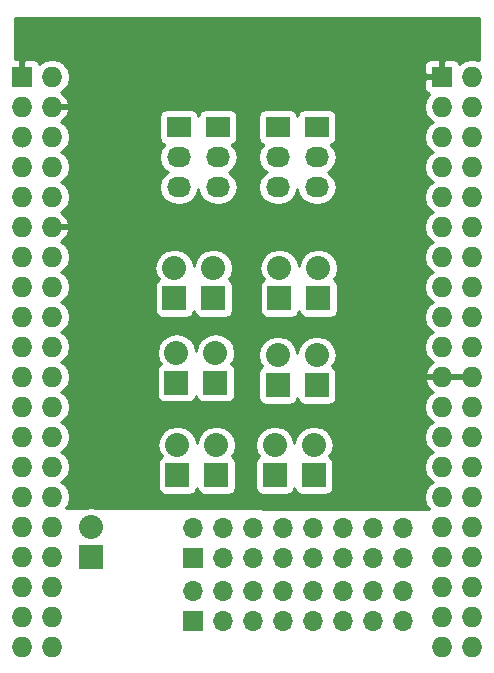
<source format=gtl>
G04 #@! TF.FileFunction,Copper,L1,Top,Signal*
%FSLAX46Y46*%
G04 Gerber Fmt 4.6, Leading zero omitted, Abs format (unit mm)*
G04 Created by KiCad (PCBNEW 4.0.5) date Mon Feb  6 03:04:20 2017*
%MOMM*%
%LPD*%
G01*
G04 APERTURE LIST*
%ADD10C,0.100000*%
%ADD11R,1.700000X1.700000*%
%ADD12O,1.700000X1.700000*%
%ADD13R,2.032000X1.727200*%
%ADD14O,2.032000X1.727200*%
%ADD15R,2.032000X2.032000*%
%ADD16O,2.032000X2.032000*%
%ADD17R,1.727200X1.727200*%
%ADD18O,1.727200X1.727200*%
%ADD19C,0.254000*%
G04 APERTURE END LIST*
D10*
D11*
X86233000Y-97980500D03*
D12*
X86233000Y-95440500D03*
X88773000Y-97980500D03*
X88773000Y-95440500D03*
X91313000Y-97980500D03*
X91313000Y-95440500D03*
X93853000Y-97980500D03*
X93853000Y-95440500D03*
X96393000Y-97980500D03*
X96393000Y-95440500D03*
X98933000Y-97980500D03*
X98933000Y-95440500D03*
X101473000Y-97980500D03*
X101473000Y-95440500D03*
X104013000Y-97980500D03*
X104013000Y-95440500D03*
D13*
X85026500Y-61531500D03*
D14*
X85026500Y-64071500D03*
X85026500Y-66611500D03*
D13*
X88328500Y-61531500D03*
D14*
X88328500Y-64071500D03*
X88328500Y-66611500D03*
D15*
X88138000Y-83185000D03*
D16*
X88138000Y-80645000D03*
D15*
X93408500Y-83375500D03*
D16*
X93408500Y-80835500D03*
D17*
X71755000Y-57277000D03*
D18*
X74295000Y-57277000D03*
X71755000Y-59817000D03*
X74295000Y-59817000D03*
X71755000Y-62357000D03*
X74295000Y-62357000D03*
X71755000Y-64897000D03*
X74295000Y-64897000D03*
X71755000Y-67437000D03*
X74295000Y-67437000D03*
X71755000Y-69977000D03*
X74295000Y-69977000D03*
X71755000Y-72517000D03*
X74295000Y-72517000D03*
X71755000Y-75057000D03*
X74295000Y-75057000D03*
X71755000Y-77597000D03*
X74295000Y-77597000D03*
X71755000Y-80137000D03*
X74295000Y-80137000D03*
X71755000Y-82677000D03*
X74295000Y-82677000D03*
X71755000Y-85217000D03*
X74295000Y-85217000D03*
X71755000Y-87757000D03*
X74295000Y-87757000D03*
X71755000Y-90297000D03*
X74295000Y-90297000D03*
X71755000Y-92837000D03*
X74295000Y-92837000D03*
X71755000Y-95377000D03*
X74295000Y-95377000D03*
X71755000Y-97917000D03*
X74295000Y-97917000D03*
X71755000Y-100457000D03*
X74295000Y-100457000D03*
X71755000Y-102997000D03*
X74295000Y-102997000D03*
X71755000Y-105537000D03*
X74295000Y-105537000D03*
D17*
X107315000Y-57277000D03*
D18*
X109855000Y-57277000D03*
X107315000Y-59817000D03*
X109855000Y-59817000D03*
X107315000Y-62357000D03*
X109855000Y-62357000D03*
X107315000Y-64897000D03*
X109855000Y-64897000D03*
X107315000Y-67437000D03*
X109855000Y-67437000D03*
X107315000Y-69977000D03*
X109855000Y-69977000D03*
X107315000Y-72517000D03*
X109855000Y-72517000D03*
X107315000Y-75057000D03*
X109855000Y-75057000D03*
X107315000Y-77597000D03*
X109855000Y-77597000D03*
X107315000Y-80137000D03*
X109855000Y-80137000D03*
X107315000Y-82677000D03*
X109855000Y-82677000D03*
X107315000Y-85217000D03*
X109855000Y-85217000D03*
X107315000Y-87757000D03*
X109855000Y-87757000D03*
X107315000Y-90297000D03*
X109855000Y-90297000D03*
X107315000Y-92837000D03*
X109855000Y-92837000D03*
X107315000Y-95377000D03*
X109855000Y-95377000D03*
X107315000Y-97917000D03*
X109855000Y-97917000D03*
X107315000Y-100457000D03*
X109855000Y-100457000D03*
X107315000Y-102997000D03*
X109855000Y-102997000D03*
X107315000Y-105537000D03*
X109855000Y-105537000D03*
D13*
X93408500Y-61531500D03*
D14*
X93408500Y-64071500D03*
X93408500Y-66611500D03*
D13*
X96710500Y-61531500D03*
D14*
X96710500Y-64071500D03*
X96710500Y-66611500D03*
D15*
X96837500Y-76009500D03*
D16*
X96837500Y-73469500D03*
D15*
X93535500Y-76009500D03*
D16*
X93535500Y-73469500D03*
D15*
X84645500Y-76009500D03*
D16*
X84645500Y-73469500D03*
D15*
X87947500Y-76009500D03*
D16*
X87947500Y-73469500D03*
D15*
X84836000Y-83185000D03*
D16*
X84836000Y-80645000D03*
D15*
X96710500Y-83375500D03*
D16*
X96710500Y-80835500D03*
D15*
X84899500Y-90995500D03*
D16*
X84899500Y-88455500D03*
D15*
X88201500Y-90995500D03*
D16*
X88201500Y-88455500D03*
D15*
X96456500Y-90995500D03*
D16*
X96456500Y-88455500D03*
D15*
X93154500Y-90995500D03*
D16*
X93154500Y-88455500D03*
D15*
X77597000Y-97917000D03*
D16*
X77597000Y-95377000D03*
D11*
X86233000Y-103314500D03*
D12*
X86233000Y-100774500D03*
X88773000Y-103314500D03*
X88773000Y-100774500D03*
X91313000Y-103314500D03*
X91313000Y-100774500D03*
X93853000Y-103314500D03*
X93853000Y-100774500D03*
X96393000Y-103314500D03*
X96393000Y-100774500D03*
X98933000Y-103314500D03*
X98933000Y-100774500D03*
X101473000Y-103314500D03*
X101473000Y-100774500D03*
X104013000Y-103314500D03*
X104013000Y-100774500D03*
D19*
X71755000Y-62357000D02*
X71755000Y-63119000D01*
G36*
X110415000Y-55883951D02*
X109884359Y-55778400D01*
X109825641Y-55778400D01*
X109252152Y-55892474D01*
X108780644Y-56207526D01*
X108716927Y-56053701D01*
X108538298Y-55875073D01*
X108304909Y-55778400D01*
X107600750Y-55778400D01*
X107442000Y-55937150D01*
X107442000Y-57150000D01*
X107462000Y-57150000D01*
X107462000Y-57404000D01*
X107442000Y-57404000D01*
X107442000Y-57424000D01*
X107188000Y-57424000D01*
X107188000Y-57404000D01*
X105975150Y-57404000D01*
X105816400Y-57562750D01*
X105816400Y-58266910D01*
X105913073Y-58500299D01*
X106091702Y-58678927D01*
X106247023Y-58743263D01*
X106225971Y-58757330D01*
X105901115Y-59243511D01*
X105787041Y-59817000D01*
X105901115Y-60390489D01*
X106225971Y-60876670D01*
X106540752Y-61087000D01*
X106225971Y-61297330D01*
X105901115Y-61783511D01*
X105787041Y-62357000D01*
X105901115Y-62930489D01*
X106225971Y-63416670D01*
X106540752Y-63627000D01*
X106225971Y-63837330D01*
X105901115Y-64323511D01*
X105787041Y-64897000D01*
X105901115Y-65470489D01*
X106225971Y-65956670D01*
X106540752Y-66167000D01*
X106225971Y-66377330D01*
X105901115Y-66863511D01*
X105787041Y-67437000D01*
X105901115Y-68010489D01*
X106225971Y-68496670D01*
X106540752Y-68707000D01*
X106225971Y-68917330D01*
X105901115Y-69403511D01*
X105787041Y-69977000D01*
X105901115Y-70550489D01*
X106225971Y-71036670D01*
X106540752Y-71247000D01*
X106225971Y-71457330D01*
X105901115Y-71943511D01*
X105787041Y-72517000D01*
X105901115Y-73090489D01*
X106225971Y-73576670D01*
X106540752Y-73787000D01*
X106225971Y-73997330D01*
X105901115Y-74483511D01*
X105787041Y-75057000D01*
X105901115Y-75630489D01*
X106225971Y-76116670D01*
X106540752Y-76327000D01*
X106225971Y-76537330D01*
X105901115Y-77023511D01*
X105787041Y-77597000D01*
X105901115Y-78170489D01*
X106225971Y-78656670D01*
X106540752Y-78867000D01*
X106225971Y-79077330D01*
X105901115Y-79563511D01*
X105787041Y-80137000D01*
X105901115Y-80710489D01*
X106225971Y-81196670D01*
X106549228Y-81412664D01*
X106426510Y-81470179D01*
X106032312Y-81902053D01*
X105860042Y-82317974D01*
X105981183Y-82550000D01*
X107188000Y-82550000D01*
X107188000Y-82530000D01*
X107442000Y-82530000D01*
X107442000Y-82550000D01*
X109728000Y-82550000D01*
X109728000Y-82530000D01*
X109982000Y-82530000D01*
X109982000Y-82550000D01*
X110002000Y-82550000D01*
X110002000Y-82804000D01*
X109982000Y-82804000D01*
X109982000Y-82824000D01*
X109728000Y-82824000D01*
X109728000Y-82804000D01*
X107442000Y-82804000D01*
X107442000Y-82824000D01*
X107188000Y-82824000D01*
X107188000Y-82804000D01*
X105981183Y-82804000D01*
X105860042Y-83036026D01*
X106032312Y-83451947D01*
X106426510Y-83883821D01*
X106549228Y-83941336D01*
X106225971Y-84157330D01*
X105901115Y-84643511D01*
X105787041Y-85217000D01*
X105901115Y-85790489D01*
X106225971Y-86276670D01*
X106540752Y-86487000D01*
X106225971Y-86697330D01*
X105901115Y-87183511D01*
X105787041Y-87757000D01*
X105901115Y-88330489D01*
X106225971Y-88816670D01*
X106540752Y-89027000D01*
X106225971Y-89237330D01*
X105901115Y-89723511D01*
X105787041Y-90297000D01*
X105901115Y-90870489D01*
X106225971Y-91356670D01*
X106540752Y-91567000D01*
X106225971Y-91777330D01*
X105901115Y-92263511D01*
X105787041Y-92837000D01*
X105901115Y-93410489D01*
X106191672Y-93845338D01*
X78008118Y-93801343D01*
X77629345Y-93726000D01*
X77564655Y-93726000D01*
X77192284Y-93800069D01*
X75450393Y-93797350D01*
X75708885Y-93410489D01*
X75822959Y-92837000D01*
X75708885Y-92263511D01*
X75384029Y-91777330D01*
X75069248Y-91567000D01*
X75384029Y-91356670D01*
X75708885Y-90870489D01*
X75822959Y-90297000D01*
X75708885Y-89723511D01*
X75384029Y-89237330D01*
X75069248Y-89027000D01*
X75384029Y-88816670D01*
X75625355Y-88455500D01*
X83216155Y-88455500D01*
X83341830Y-89087310D01*
X83568999Y-89427292D01*
X83432059Y-89515410D01*
X83287069Y-89727610D01*
X83236060Y-89979500D01*
X83236060Y-92011500D01*
X83280338Y-92246817D01*
X83419410Y-92462941D01*
X83631610Y-92607931D01*
X83883500Y-92658940D01*
X85915500Y-92658940D01*
X86150817Y-92614662D01*
X86366941Y-92475590D01*
X86511931Y-92263390D01*
X86550043Y-92075186D01*
X86582338Y-92246817D01*
X86721410Y-92462941D01*
X86933610Y-92607931D01*
X87185500Y-92658940D01*
X89217500Y-92658940D01*
X89452817Y-92614662D01*
X89668941Y-92475590D01*
X89813931Y-92263390D01*
X89864940Y-92011500D01*
X89864940Y-89979500D01*
X89820662Y-89744183D01*
X89681590Y-89528059D01*
X89532663Y-89426302D01*
X89759170Y-89087310D01*
X89884845Y-88455500D01*
X91471155Y-88455500D01*
X91596830Y-89087310D01*
X91823999Y-89427292D01*
X91687059Y-89515410D01*
X91542069Y-89727610D01*
X91491060Y-89979500D01*
X91491060Y-92011500D01*
X91535338Y-92246817D01*
X91674410Y-92462941D01*
X91886610Y-92607931D01*
X92138500Y-92658940D01*
X94170500Y-92658940D01*
X94405817Y-92614662D01*
X94621941Y-92475590D01*
X94766931Y-92263390D01*
X94805043Y-92075186D01*
X94837338Y-92246817D01*
X94976410Y-92462941D01*
X95188610Y-92607931D01*
X95440500Y-92658940D01*
X97472500Y-92658940D01*
X97707817Y-92614662D01*
X97923941Y-92475590D01*
X98068931Y-92263390D01*
X98119940Y-92011500D01*
X98119940Y-89979500D01*
X98075662Y-89744183D01*
X97936590Y-89528059D01*
X97787663Y-89426302D01*
X98014170Y-89087310D01*
X98139845Y-88455500D01*
X98014170Y-87823690D01*
X97656278Y-87288067D01*
X97120655Y-86930175D01*
X96488845Y-86804500D01*
X96424155Y-86804500D01*
X95792345Y-86930175D01*
X95256722Y-87288067D01*
X94898830Y-87823690D01*
X94805500Y-88292891D01*
X94712170Y-87823690D01*
X94354278Y-87288067D01*
X93818655Y-86930175D01*
X93186845Y-86804500D01*
X93122155Y-86804500D01*
X92490345Y-86930175D01*
X91954722Y-87288067D01*
X91596830Y-87823690D01*
X91471155Y-88455500D01*
X89884845Y-88455500D01*
X89759170Y-87823690D01*
X89401278Y-87288067D01*
X88865655Y-86930175D01*
X88233845Y-86804500D01*
X88169155Y-86804500D01*
X87537345Y-86930175D01*
X87001722Y-87288067D01*
X86643830Y-87823690D01*
X86550500Y-88292891D01*
X86457170Y-87823690D01*
X86099278Y-87288067D01*
X85563655Y-86930175D01*
X84931845Y-86804500D01*
X84867155Y-86804500D01*
X84235345Y-86930175D01*
X83699722Y-87288067D01*
X83341830Y-87823690D01*
X83216155Y-88455500D01*
X75625355Y-88455500D01*
X75708885Y-88330489D01*
X75822959Y-87757000D01*
X75708885Y-87183511D01*
X75384029Y-86697330D01*
X75069248Y-86487000D01*
X75384029Y-86276670D01*
X75708885Y-85790489D01*
X75822959Y-85217000D01*
X75708885Y-84643511D01*
X75384029Y-84157330D01*
X75069248Y-83947000D01*
X75384029Y-83736670D01*
X75708885Y-83250489D01*
X75822959Y-82677000D01*
X75708885Y-82103511D01*
X75384029Y-81617330D01*
X75069248Y-81407000D01*
X75384029Y-81196670D01*
X75708885Y-80710489D01*
X75721911Y-80645000D01*
X83152655Y-80645000D01*
X83278330Y-81276810D01*
X83505499Y-81616792D01*
X83368559Y-81704910D01*
X83223569Y-81917110D01*
X83172560Y-82169000D01*
X83172560Y-84201000D01*
X83216838Y-84436317D01*
X83355910Y-84652441D01*
X83568110Y-84797431D01*
X83820000Y-84848440D01*
X85852000Y-84848440D01*
X86087317Y-84804162D01*
X86303441Y-84665090D01*
X86448431Y-84452890D01*
X86486543Y-84264686D01*
X86518838Y-84436317D01*
X86657910Y-84652441D01*
X86870110Y-84797431D01*
X87122000Y-84848440D01*
X89154000Y-84848440D01*
X89389317Y-84804162D01*
X89605441Y-84665090D01*
X89750431Y-84452890D01*
X89801440Y-84201000D01*
X89801440Y-82169000D01*
X89757162Y-81933683D01*
X89618090Y-81717559D01*
X89469163Y-81615802D01*
X89695670Y-81276810D01*
X89783452Y-80835500D01*
X91725155Y-80835500D01*
X91850830Y-81467310D01*
X92077999Y-81807292D01*
X91941059Y-81895410D01*
X91796069Y-82107610D01*
X91745060Y-82359500D01*
X91745060Y-84391500D01*
X91789338Y-84626817D01*
X91928410Y-84842941D01*
X92140610Y-84987931D01*
X92392500Y-85038940D01*
X94424500Y-85038940D01*
X94659817Y-84994662D01*
X94875941Y-84855590D01*
X95020931Y-84643390D01*
X95059043Y-84455186D01*
X95091338Y-84626817D01*
X95230410Y-84842941D01*
X95442610Y-84987931D01*
X95694500Y-85038940D01*
X97726500Y-85038940D01*
X97961817Y-84994662D01*
X98177941Y-84855590D01*
X98322931Y-84643390D01*
X98373940Y-84391500D01*
X98373940Y-82359500D01*
X98329662Y-82124183D01*
X98190590Y-81908059D01*
X98041663Y-81806302D01*
X98268170Y-81467310D01*
X98393845Y-80835500D01*
X98268170Y-80203690D01*
X97910278Y-79668067D01*
X97374655Y-79310175D01*
X96742845Y-79184500D01*
X96678155Y-79184500D01*
X96046345Y-79310175D01*
X95510722Y-79668067D01*
X95152830Y-80203690D01*
X95059500Y-80672891D01*
X94966170Y-80203690D01*
X94608278Y-79668067D01*
X94072655Y-79310175D01*
X93440845Y-79184500D01*
X93376155Y-79184500D01*
X92744345Y-79310175D01*
X92208722Y-79668067D01*
X91850830Y-80203690D01*
X91725155Y-80835500D01*
X89783452Y-80835500D01*
X89821345Y-80645000D01*
X89695670Y-80013190D01*
X89337778Y-79477567D01*
X88802155Y-79119675D01*
X88170345Y-78994000D01*
X88105655Y-78994000D01*
X87473845Y-79119675D01*
X86938222Y-79477567D01*
X86580330Y-80013190D01*
X86487000Y-80482391D01*
X86393670Y-80013190D01*
X86035778Y-79477567D01*
X85500155Y-79119675D01*
X84868345Y-78994000D01*
X84803655Y-78994000D01*
X84171845Y-79119675D01*
X83636222Y-79477567D01*
X83278330Y-80013190D01*
X83152655Y-80645000D01*
X75721911Y-80645000D01*
X75822959Y-80137000D01*
X75708885Y-79563511D01*
X75384029Y-79077330D01*
X75069248Y-78867000D01*
X75384029Y-78656670D01*
X75708885Y-78170489D01*
X75822959Y-77597000D01*
X75708885Y-77023511D01*
X75384029Y-76537330D01*
X75069248Y-76327000D01*
X75384029Y-76116670D01*
X75708885Y-75630489D01*
X75822959Y-75057000D01*
X75708885Y-74483511D01*
X75384029Y-73997330D01*
X75069248Y-73787000D01*
X75384029Y-73576670D01*
X75455637Y-73469500D01*
X82962155Y-73469500D01*
X83087830Y-74101310D01*
X83314999Y-74441292D01*
X83178059Y-74529410D01*
X83033069Y-74741610D01*
X82982060Y-74993500D01*
X82982060Y-77025500D01*
X83026338Y-77260817D01*
X83165410Y-77476941D01*
X83377610Y-77621931D01*
X83629500Y-77672940D01*
X85661500Y-77672940D01*
X85896817Y-77628662D01*
X86112941Y-77489590D01*
X86257931Y-77277390D01*
X86296043Y-77089186D01*
X86328338Y-77260817D01*
X86467410Y-77476941D01*
X86679610Y-77621931D01*
X86931500Y-77672940D01*
X88963500Y-77672940D01*
X89198817Y-77628662D01*
X89414941Y-77489590D01*
X89559931Y-77277390D01*
X89610940Y-77025500D01*
X89610940Y-74993500D01*
X89566662Y-74758183D01*
X89427590Y-74542059D01*
X89278663Y-74440302D01*
X89505170Y-74101310D01*
X89630845Y-73469500D01*
X91852155Y-73469500D01*
X91977830Y-74101310D01*
X92204999Y-74441292D01*
X92068059Y-74529410D01*
X91923069Y-74741610D01*
X91872060Y-74993500D01*
X91872060Y-77025500D01*
X91916338Y-77260817D01*
X92055410Y-77476941D01*
X92267610Y-77621931D01*
X92519500Y-77672940D01*
X94551500Y-77672940D01*
X94786817Y-77628662D01*
X95002941Y-77489590D01*
X95147931Y-77277390D01*
X95186043Y-77089186D01*
X95218338Y-77260817D01*
X95357410Y-77476941D01*
X95569610Y-77621931D01*
X95821500Y-77672940D01*
X97853500Y-77672940D01*
X98088817Y-77628662D01*
X98304941Y-77489590D01*
X98449931Y-77277390D01*
X98500940Y-77025500D01*
X98500940Y-74993500D01*
X98456662Y-74758183D01*
X98317590Y-74542059D01*
X98168663Y-74440302D01*
X98395170Y-74101310D01*
X98520845Y-73469500D01*
X98395170Y-72837690D01*
X98037278Y-72302067D01*
X97501655Y-71944175D01*
X96869845Y-71818500D01*
X96805155Y-71818500D01*
X96173345Y-71944175D01*
X95637722Y-72302067D01*
X95279830Y-72837690D01*
X95186500Y-73306891D01*
X95093170Y-72837690D01*
X94735278Y-72302067D01*
X94199655Y-71944175D01*
X93567845Y-71818500D01*
X93503155Y-71818500D01*
X92871345Y-71944175D01*
X92335722Y-72302067D01*
X91977830Y-72837690D01*
X91852155Y-73469500D01*
X89630845Y-73469500D01*
X89505170Y-72837690D01*
X89147278Y-72302067D01*
X88611655Y-71944175D01*
X87979845Y-71818500D01*
X87915155Y-71818500D01*
X87283345Y-71944175D01*
X86747722Y-72302067D01*
X86389830Y-72837690D01*
X86296500Y-73306891D01*
X86203170Y-72837690D01*
X85845278Y-72302067D01*
X85309655Y-71944175D01*
X84677845Y-71818500D01*
X84613155Y-71818500D01*
X83981345Y-71944175D01*
X83445722Y-72302067D01*
X83087830Y-72837690D01*
X82962155Y-73469500D01*
X75455637Y-73469500D01*
X75708885Y-73090489D01*
X75822959Y-72517000D01*
X75708885Y-71943511D01*
X75384029Y-71457330D01*
X75060772Y-71241336D01*
X75183490Y-71183821D01*
X75577688Y-70751947D01*
X75749958Y-70336026D01*
X75628817Y-70104000D01*
X74422000Y-70104000D01*
X74422000Y-70124000D01*
X74168000Y-70124000D01*
X74168000Y-70104000D01*
X74148000Y-70104000D01*
X74148000Y-69850000D01*
X74168000Y-69850000D01*
X74168000Y-69830000D01*
X74422000Y-69830000D01*
X74422000Y-69850000D01*
X75628817Y-69850000D01*
X75749958Y-69617974D01*
X75577688Y-69202053D01*
X75183490Y-68770179D01*
X75060772Y-68712664D01*
X75384029Y-68496670D01*
X75708885Y-68010489D01*
X75822959Y-67437000D01*
X75708885Y-66863511D01*
X75384029Y-66377330D01*
X75069248Y-66167000D01*
X75384029Y-65956670D01*
X75708885Y-65470489D01*
X75822959Y-64897000D01*
X75708885Y-64323511D01*
X75540497Y-64071500D01*
X83343155Y-64071500D01*
X83457229Y-64644989D01*
X83782085Y-65131170D01*
X84096866Y-65341500D01*
X83782085Y-65551830D01*
X83457229Y-66038011D01*
X83343155Y-66611500D01*
X83457229Y-67184989D01*
X83782085Y-67671170D01*
X84268266Y-67996026D01*
X84841755Y-68110100D01*
X85211245Y-68110100D01*
X85784734Y-67996026D01*
X86270915Y-67671170D01*
X86595771Y-67184989D01*
X86677500Y-66774109D01*
X86759229Y-67184989D01*
X87084085Y-67671170D01*
X87570266Y-67996026D01*
X88143755Y-68110100D01*
X88513245Y-68110100D01*
X89086734Y-67996026D01*
X89572915Y-67671170D01*
X89897771Y-67184989D01*
X90011845Y-66611500D01*
X89897771Y-66038011D01*
X89572915Y-65551830D01*
X89258134Y-65341500D01*
X89572915Y-65131170D01*
X89897771Y-64644989D01*
X90011845Y-64071500D01*
X91725155Y-64071500D01*
X91839229Y-64644989D01*
X92164085Y-65131170D01*
X92478866Y-65341500D01*
X92164085Y-65551830D01*
X91839229Y-66038011D01*
X91725155Y-66611500D01*
X91839229Y-67184989D01*
X92164085Y-67671170D01*
X92650266Y-67996026D01*
X93223755Y-68110100D01*
X93593245Y-68110100D01*
X94166734Y-67996026D01*
X94652915Y-67671170D01*
X94977771Y-67184989D01*
X95059500Y-66774109D01*
X95141229Y-67184989D01*
X95466085Y-67671170D01*
X95952266Y-67996026D01*
X96525755Y-68110100D01*
X96895245Y-68110100D01*
X97468734Y-67996026D01*
X97954915Y-67671170D01*
X98279771Y-67184989D01*
X98393845Y-66611500D01*
X98279771Y-66038011D01*
X97954915Y-65551830D01*
X97640134Y-65341500D01*
X97954915Y-65131170D01*
X98279771Y-64644989D01*
X98393845Y-64071500D01*
X98279771Y-63498011D01*
X97954915Y-63011830D01*
X97940587Y-63002257D01*
X97961817Y-62998262D01*
X98177941Y-62859190D01*
X98322931Y-62646990D01*
X98373940Y-62395100D01*
X98373940Y-60667900D01*
X98329662Y-60432583D01*
X98190590Y-60216459D01*
X97978390Y-60071469D01*
X97726500Y-60020460D01*
X95694500Y-60020460D01*
X95459183Y-60064738D01*
X95243059Y-60203810D01*
X95098069Y-60416010D01*
X95059957Y-60604214D01*
X95027662Y-60432583D01*
X94888590Y-60216459D01*
X94676390Y-60071469D01*
X94424500Y-60020460D01*
X92392500Y-60020460D01*
X92157183Y-60064738D01*
X91941059Y-60203810D01*
X91796069Y-60416010D01*
X91745060Y-60667900D01*
X91745060Y-62395100D01*
X91789338Y-62630417D01*
X91928410Y-62846541D01*
X92140610Y-62991531D01*
X92181939Y-62999900D01*
X92164085Y-63011830D01*
X91839229Y-63498011D01*
X91725155Y-64071500D01*
X90011845Y-64071500D01*
X89897771Y-63498011D01*
X89572915Y-63011830D01*
X89558587Y-63002257D01*
X89579817Y-62998262D01*
X89795941Y-62859190D01*
X89940931Y-62646990D01*
X89991940Y-62395100D01*
X89991940Y-60667900D01*
X89947662Y-60432583D01*
X89808590Y-60216459D01*
X89596390Y-60071469D01*
X89344500Y-60020460D01*
X87312500Y-60020460D01*
X87077183Y-60064738D01*
X86861059Y-60203810D01*
X86716069Y-60416010D01*
X86677957Y-60604214D01*
X86645662Y-60432583D01*
X86506590Y-60216459D01*
X86294390Y-60071469D01*
X86042500Y-60020460D01*
X84010500Y-60020460D01*
X83775183Y-60064738D01*
X83559059Y-60203810D01*
X83414069Y-60416010D01*
X83363060Y-60667900D01*
X83363060Y-62395100D01*
X83407338Y-62630417D01*
X83546410Y-62846541D01*
X83758610Y-62991531D01*
X83799939Y-62999900D01*
X83782085Y-63011830D01*
X83457229Y-63498011D01*
X83343155Y-64071500D01*
X75540497Y-64071500D01*
X75384029Y-63837330D01*
X75069248Y-63627000D01*
X75384029Y-63416670D01*
X75708885Y-62930489D01*
X75822959Y-62357000D01*
X75708885Y-61783511D01*
X75384029Y-61297330D01*
X75060772Y-61081336D01*
X75183490Y-61023821D01*
X75577688Y-60591947D01*
X75749958Y-60176026D01*
X75628817Y-59944000D01*
X74422000Y-59944000D01*
X74422000Y-59964000D01*
X74168000Y-59964000D01*
X74168000Y-59944000D01*
X74148000Y-59944000D01*
X74148000Y-59690000D01*
X74168000Y-59690000D01*
X74168000Y-59670000D01*
X74422000Y-59670000D01*
X74422000Y-59690000D01*
X75628817Y-59690000D01*
X75749958Y-59457974D01*
X75577688Y-59042053D01*
X75183490Y-58610179D01*
X75060772Y-58552664D01*
X75384029Y-58336670D01*
X75708885Y-57850489D01*
X75822959Y-57277000D01*
X75708885Y-56703511D01*
X75430642Y-56287090D01*
X105816400Y-56287090D01*
X105816400Y-56991250D01*
X105975150Y-57150000D01*
X107188000Y-57150000D01*
X107188000Y-55937150D01*
X107029250Y-55778400D01*
X106325091Y-55778400D01*
X106091702Y-55875073D01*
X105913073Y-56053701D01*
X105816400Y-56287090D01*
X75430642Y-56287090D01*
X75384029Y-56217330D01*
X74897848Y-55892474D01*
X74324359Y-55778400D01*
X74265641Y-55778400D01*
X73692152Y-55892474D01*
X73220644Y-56207526D01*
X73156927Y-56053701D01*
X72978298Y-55875073D01*
X72744909Y-55778400D01*
X72040750Y-55778400D01*
X71882000Y-55937150D01*
X71882000Y-57150000D01*
X71902000Y-57150000D01*
X71902000Y-57404000D01*
X71882000Y-57404000D01*
X71882000Y-57424000D01*
X71628000Y-57424000D01*
X71628000Y-57404000D01*
X71608000Y-57404000D01*
X71608000Y-57150000D01*
X71628000Y-57150000D01*
X71628000Y-55937150D01*
X71469250Y-55778400D01*
X71195000Y-55778400D01*
X71195000Y-52272000D01*
X110415000Y-52272000D01*
X110415000Y-55883951D01*
X110415000Y-55883951D01*
G37*
X110415000Y-55883951D02*
X109884359Y-55778400D01*
X109825641Y-55778400D01*
X109252152Y-55892474D01*
X108780644Y-56207526D01*
X108716927Y-56053701D01*
X108538298Y-55875073D01*
X108304909Y-55778400D01*
X107600750Y-55778400D01*
X107442000Y-55937150D01*
X107442000Y-57150000D01*
X107462000Y-57150000D01*
X107462000Y-57404000D01*
X107442000Y-57404000D01*
X107442000Y-57424000D01*
X107188000Y-57424000D01*
X107188000Y-57404000D01*
X105975150Y-57404000D01*
X105816400Y-57562750D01*
X105816400Y-58266910D01*
X105913073Y-58500299D01*
X106091702Y-58678927D01*
X106247023Y-58743263D01*
X106225971Y-58757330D01*
X105901115Y-59243511D01*
X105787041Y-59817000D01*
X105901115Y-60390489D01*
X106225971Y-60876670D01*
X106540752Y-61087000D01*
X106225971Y-61297330D01*
X105901115Y-61783511D01*
X105787041Y-62357000D01*
X105901115Y-62930489D01*
X106225971Y-63416670D01*
X106540752Y-63627000D01*
X106225971Y-63837330D01*
X105901115Y-64323511D01*
X105787041Y-64897000D01*
X105901115Y-65470489D01*
X106225971Y-65956670D01*
X106540752Y-66167000D01*
X106225971Y-66377330D01*
X105901115Y-66863511D01*
X105787041Y-67437000D01*
X105901115Y-68010489D01*
X106225971Y-68496670D01*
X106540752Y-68707000D01*
X106225971Y-68917330D01*
X105901115Y-69403511D01*
X105787041Y-69977000D01*
X105901115Y-70550489D01*
X106225971Y-71036670D01*
X106540752Y-71247000D01*
X106225971Y-71457330D01*
X105901115Y-71943511D01*
X105787041Y-72517000D01*
X105901115Y-73090489D01*
X106225971Y-73576670D01*
X106540752Y-73787000D01*
X106225971Y-73997330D01*
X105901115Y-74483511D01*
X105787041Y-75057000D01*
X105901115Y-75630489D01*
X106225971Y-76116670D01*
X106540752Y-76327000D01*
X106225971Y-76537330D01*
X105901115Y-77023511D01*
X105787041Y-77597000D01*
X105901115Y-78170489D01*
X106225971Y-78656670D01*
X106540752Y-78867000D01*
X106225971Y-79077330D01*
X105901115Y-79563511D01*
X105787041Y-80137000D01*
X105901115Y-80710489D01*
X106225971Y-81196670D01*
X106549228Y-81412664D01*
X106426510Y-81470179D01*
X106032312Y-81902053D01*
X105860042Y-82317974D01*
X105981183Y-82550000D01*
X107188000Y-82550000D01*
X107188000Y-82530000D01*
X107442000Y-82530000D01*
X107442000Y-82550000D01*
X109728000Y-82550000D01*
X109728000Y-82530000D01*
X109982000Y-82530000D01*
X109982000Y-82550000D01*
X110002000Y-82550000D01*
X110002000Y-82804000D01*
X109982000Y-82804000D01*
X109982000Y-82824000D01*
X109728000Y-82824000D01*
X109728000Y-82804000D01*
X107442000Y-82804000D01*
X107442000Y-82824000D01*
X107188000Y-82824000D01*
X107188000Y-82804000D01*
X105981183Y-82804000D01*
X105860042Y-83036026D01*
X106032312Y-83451947D01*
X106426510Y-83883821D01*
X106549228Y-83941336D01*
X106225971Y-84157330D01*
X105901115Y-84643511D01*
X105787041Y-85217000D01*
X105901115Y-85790489D01*
X106225971Y-86276670D01*
X106540752Y-86487000D01*
X106225971Y-86697330D01*
X105901115Y-87183511D01*
X105787041Y-87757000D01*
X105901115Y-88330489D01*
X106225971Y-88816670D01*
X106540752Y-89027000D01*
X106225971Y-89237330D01*
X105901115Y-89723511D01*
X105787041Y-90297000D01*
X105901115Y-90870489D01*
X106225971Y-91356670D01*
X106540752Y-91567000D01*
X106225971Y-91777330D01*
X105901115Y-92263511D01*
X105787041Y-92837000D01*
X105901115Y-93410489D01*
X106191672Y-93845338D01*
X78008118Y-93801343D01*
X77629345Y-93726000D01*
X77564655Y-93726000D01*
X77192284Y-93800069D01*
X75450393Y-93797350D01*
X75708885Y-93410489D01*
X75822959Y-92837000D01*
X75708885Y-92263511D01*
X75384029Y-91777330D01*
X75069248Y-91567000D01*
X75384029Y-91356670D01*
X75708885Y-90870489D01*
X75822959Y-90297000D01*
X75708885Y-89723511D01*
X75384029Y-89237330D01*
X75069248Y-89027000D01*
X75384029Y-88816670D01*
X75625355Y-88455500D01*
X83216155Y-88455500D01*
X83341830Y-89087310D01*
X83568999Y-89427292D01*
X83432059Y-89515410D01*
X83287069Y-89727610D01*
X83236060Y-89979500D01*
X83236060Y-92011500D01*
X83280338Y-92246817D01*
X83419410Y-92462941D01*
X83631610Y-92607931D01*
X83883500Y-92658940D01*
X85915500Y-92658940D01*
X86150817Y-92614662D01*
X86366941Y-92475590D01*
X86511931Y-92263390D01*
X86550043Y-92075186D01*
X86582338Y-92246817D01*
X86721410Y-92462941D01*
X86933610Y-92607931D01*
X87185500Y-92658940D01*
X89217500Y-92658940D01*
X89452817Y-92614662D01*
X89668941Y-92475590D01*
X89813931Y-92263390D01*
X89864940Y-92011500D01*
X89864940Y-89979500D01*
X89820662Y-89744183D01*
X89681590Y-89528059D01*
X89532663Y-89426302D01*
X89759170Y-89087310D01*
X89884845Y-88455500D01*
X91471155Y-88455500D01*
X91596830Y-89087310D01*
X91823999Y-89427292D01*
X91687059Y-89515410D01*
X91542069Y-89727610D01*
X91491060Y-89979500D01*
X91491060Y-92011500D01*
X91535338Y-92246817D01*
X91674410Y-92462941D01*
X91886610Y-92607931D01*
X92138500Y-92658940D01*
X94170500Y-92658940D01*
X94405817Y-92614662D01*
X94621941Y-92475590D01*
X94766931Y-92263390D01*
X94805043Y-92075186D01*
X94837338Y-92246817D01*
X94976410Y-92462941D01*
X95188610Y-92607931D01*
X95440500Y-92658940D01*
X97472500Y-92658940D01*
X97707817Y-92614662D01*
X97923941Y-92475590D01*
X98068931Y-92263390D01*
X98119940Y-92011500D01*
X98119940Y-89979500D01*
X98075662Y-89744183D01*
X97936590Y-89528059D01*
X97787663Y-89426302D01*
X98014170Y-89087310D01*
X98139845Y-88455500D01*
X98014170Y-87823690D01*
X97656278Y-87288067D01*
X97120655Y-86930175D01*
X96488845Y-86804500D01*
X96424155Y-86804500D01*
X95792345Y-86930175D01*
X95256722Y-87288067D01*
X94898830Y-87823690D01*
X94805500Y-88292891D01*
X94712170Y-87823690D01*
X94354278Y-87288067D01*
X93818655Y-86930175D01*
X93186845Y-86804500D01*
X93122155Y-86804500D01*
X92490345Y-86930175D01*
X91954722Y-87288067D01*
X91596830Y-87823690D01*
X91471155Y-88455500D01*
X89884845Y-88455500D01*
X89759170Y-87823690D01*
X89401278Y-87288067D01*
X88865655Y-86930175D01*
X88233845Y-86804500D01*
X88169155Y-86804500D01*
X87537345Y-86930175D01*
X87001722Y-87288067D01*
X86643830Y-87823690D01*
X86550500Y-88292891D01*
X86457170Y-87823690D01*
X86099278Y-87288067D01*
X85563655Y-86930175D01*
X84931845Y-86804500D01*
X84867155Y-86804500D01*
X84235345Y-86930175D01*
X83699722Y-87288067D01*
X83341830Y-87823690D01*
X83216155Y-88455500D01*
X75625355Y-88455500D01*
X75708885Y-88330489D01*
X75822959Y-87757000D01*
X75708885Y-87183511D01*
X75384029Y-86697330D01*
X75069248Y-86487000D01*
X75384029Y-86276670D01*
X75708885Y-85790489D01*
X75822959Y-85217000D01*
X75708885Y-84643511D01*
X75384029Y-84157330D01*
X75069248Y-83947000D01*
X75384029Y-83736670D01*
X75708885Y-83250489D01*
X75822959Y-82677000D01*
X75708885Y-82103511D01*
X75384029Y-81617330D01*
X75069248Y-81407000D01*
X75384029Y-81196670D01*
X75708885Y-80710489D01*
X75721911Y-80645000D01*
X83152655Y-80645000D01*
X83278330Y-81276810D01*
X83505499Y-81616792D01*
X83368559Y-81704910D01*
X83223569Y-81917110D01*
X83172560Y-82169000D01*
X83172560Y-84201000D01*
X83216838Y-84436317D01*
X83355910Y-84652441D01*
X83568110Y-84797431D01*
X83820000Y-84848440D01*
X85852000Y-84848440D01*
X86087317Y-84804162D01*
X86303441Y-84665090D01*
X86448431Y-84452890D01*
X86486543Y-84264686D01*
X86518838Y-84436317D01*
X86657910Y-84652441D01*
X86870110Y-84797431D01*
X87122000Y-84848440D01*
X89154000Y-84848440D01*
X89389317Y-84804162D01*
X89605441Y-84665090D01*
X89750431Y-84452890D01*
X89801440Y-84201000D01*
X89801440Y-82169000D01*
X89757162Y-81933683D01*
X89618090Y-81717559D01*
X89469163Y-81615802D01*
X89695670Y-81276810D01*
X89783452Y-80835500D01*
X91725155Y-80835500D01*
X91850830Y-81467310D01*
X92077999Y-81807292D01*
X91941059Y-81895410D01*
X91796069Y-82107610D01*
X91745060Y-82359500D01*
X91745060Y-84391500D01*
X91789338Y-84626817D01*
X91928410Y-84842941D01*
X92140610Y-84987931D01*
X92392500Y-85038940D01*
X94424500Y-85038940D01*
X94659817Y-84994662D01*
X94875941Y-84855590D01*
X95020931Y-84643390D01*
X95059043Y-84455186D01*
X95091338Y-84626817D01*
X95230410Y-84842941D01*
X95442610Y-84987931D01*
X95694500Y-85038940D01*
X97726500Y-85038940D01*
X97961817Y-84994662D01*
X98177941Y-84855590D01*
X98322931Y-84643390D01*
X98373940Y-84391500D01*
X98373940Y-82359500D01*
X98329662Y-82124183D01*
X98190590Y-81908059D01*
X98041663Y-81806302D01*
X98268170Y-81467310D01*
X98393845Y-80835500D01*
X98268170Y-80203690D01*
X97910278Y-79668067D01*
X97374655Y-79310175D01*
X96742845Y-79184500D01*
X96678155Y-79184500D01*
X96046345Y-79310175D01*
X95510722Y-79668067D01*
X95152830Y-80203690D01*
X95059500Y-80672891D01*
X94966170Y-80203690D01*
X94608278Y-79668067D01*
X94072655Y-79310175D01*
X93440845Y-79184500D01*
X93376155Y-79184500D01*
X92744345Y-79310175D01*
X92208722Y-79668067D01*
X91850830Y-80203690D01*
X91725155Y-80835500D01*
X89783452Y-80835500D01*
X89821345Y-80645000D01*
X89695670Y-80013190D01*
X89337778Y-79477567D01*
X88802155Y-79119675D01*
X88170345Y-78994000D01*
X88105655Y-78994000D01*
X87473845Y-79119675D01*
X86938222Y-79477567D01*
X86580330Y-80013190D01*
X86487000Y-80482391D01*
X86393670Y-80013190D01*
X86035778Y-79477567D01*
X85500155Y-79119675D01*
X84868345Y-78994000D01*
X84803655Y-78994000D01*
X84171845Y-79119675D01*
X83636222Y-79477567D01*
X83278330Y-80013190D01*
X83152655Y-80645000D01*
X75721911Y-80645000D01*
X75822959Y-80137000D01*
X75708885Y-79563511D01*
X75384029Y-79077330D01*
X75069248Y-78867000D01*
X75384029Y-78656670D01*
X75708885Y-78170489D01*
X75822959Y-77597000D01*
X75708885Y-77023511D01*
X75384029Y-76537330D01*
X75069248Y-76327000D01*
X75384029Y-76116670D01*
X75708885Y-75630489D01*
X75822959Y-75057000D01*
X75708885Y-74483511D01*
X75384029Y-73997330D01*
X75069248Y-73787000D01*
X75384029Y-73576670D01*
X75455637Y-73469500D01*
X82962155Y-73469500D01*
X83087830Y-74101310D01*
X83314999Y-74441292D01*
X83178059Y-74529410D01*
X83033069Y-74741610D01*
X82982060Y-74993500D01*
X82982060Y-77025500D01*
X83026338Y-77260817D01*
X83165410Y-77476941D01*
X83377610Y-77621931D01*
X83629500Y-77672940D01*
X85661500Y-77672940D01*
X85896817Y-77628662D01*
X86112941Y-77489590D01*
X86257931Y-77277390D01*
X86296043Y-77089186D01*
X86328338Y-77260817D01*
X86467410Y-77476941D01*
X86679610Y-77621931D01*
X86931500Y-77672940D01*
X88963500Y-77672940D01*
X89198817Y-77628662D01*
X89414941Y-77489590D01*
X89559931Y-77277390D01*
X89610940Y-77025500D01*
X89610940Y-74993500D01*
X89566662Y-74758183D01*
X89427590Y-74542059D01*
X89278663Y-74440302D01*
X89505170Y-74101310D01*
X89630845Y-73469500D01*
X91852155Y-73469500D01*
X91977830Y-74101310D01*
X92204999Y-74441292D01*
X92068059Y-74529410D01*
X91923069Y-74741610D01*
X91872060Y-74993500D01*
X91872060Y-77025500D01*
X91916338Y-77260817D01*
X92055410Y-77476941D01*
X92267610Y-77621931D01*
X92519500Y-77672940D01*
X94551500Y-77672940D01*
X94786817Y-77628662D01*
X95002941Y-77489590D01*
X95147931Y-77277390D01*
X95186043Y-77089186D01*
X95218338Y-77260817D01*
X95357410Y-77476941D01*
X95569610Y-77621931D01*
X95821500Y-77672940D01*
X97853500Y-77672940D01*
X98088817Y-77628662D01*
X98304941Y-77489590D01*
X98449931Y-77277390D01*
X98500940Y-77025500D01*
X98500940Y-74993500D01*
X98456662Y-74758183D01*
X98317590Y-74542059D01*
X98168663Y-74440302D01*
X98395170Y-74101310D01*
X98520845Y-73469500D01*
X98395170Y-72837690D01*
X98037278Y-72302067D01*
X97501655Y-71944175D01*
X96869845Y-71818500D01*
X96805155Y-71818500D01*
X96173345Y-71944175D01*
X95637722Y-72302067D01*
X95279830Y-72837690D01*
X95186500Y-73306891D01*
X95093170Y-72837690D01*
X94735278Y-72302067D01*
X94199655Y-71944175D01*
X93567845Y-71818500D01*
X93503155Y-71818500D01*
X92871345Y-71944175D01*
X92335722Y-72302067D01*
X91977830Y-72837690D01*
X91852155Y-73469500D01*
X89630845Y-73469500D01*
X89505170Y-72837690D01*
X89147278Y-72302067D01*
X88611655Y-71944175D01*
X87979845Y-71818500D01*
X87915155Y-71818500D01*
X87283345Y-71944175D01*
X86747722Y-72302067D01*
X86389830Y-72837690D01*
X86296500Y-73306891D01*
X86203170Y-72837690D01*
X85845278Y-72302067D01*
X85309655Y-71944175D01*
X84677845Y-71818500D01*
X84613155Y-71818500D01*
X83981345Y-71944175D01*
X83445722Y-72302067D01*
X83087830Y-72837690D01*
X82962155Y-73469500D01*
X75455637Y-73469500D01*
X75708885Y-73090489D01*
X75822959Y-72517000D01*
X75708885Y-71943511D01*
X75384029Y-71457330D01*
X75060772Y-71241336D01*
X75183490Y-71183821D01*
X75577688Y-70751947D01*
X75749958Y-70336026D01*
X75628817Y-70104000D01*
X74422000Y-70104000D01*
X74422000Y-70124000D01*
X74168000Y-70124000D01*
X74168000Y-70104000D01*
X74148000Y-70104000D01*
X74148000Y-69850000D01*
X74168000Y-69850000D01*
X74168000Y-69830000D01*
X74422000Y-69830000D01*
X74422000Y-69850000D01*
X75628817Y-69850000D01*
X75749958Y-69617974D01*
X75577688Y-69202053D01*
X75183490Y-68770179D01*
X75060772Y-68712664D01*
X75384029Y-68496670D01*
X75708885Y-68010489D01*
X75822959Y-67437000D01*
X75708885Y-66863511D01*
X75384029Y-66377330D01*
X75069248Y-66167000D01*
X75384029Y-65956670D01*
X75708885Y-65470489D01*
X75822959Y-64897000D01*
X75708885Y-64323511D01*
X75540497Y-64071500D01*
X83343155Y-64071500D01*
X83457229Y-64644989D01*
X83782085Y-65131170D01*
X84096866Y-65341500D01*
X83782085Y-65551830D01*
X83457229Y-66038011D01*
X83343155Y-66611500D01*
X83457229Y-67184989D01*
X83782085Y-67671170D01*
X84268266Y-67996026D01*
X84841755Y-68110100D01*
X85211245Y-68110100D01*
X85784734Y-67996026D01*
X86270915Y-67671170D01*
X86595771Y-67184989D01*
X86677500Y-66774109D01*
X86759229Y-67184989D01*
X87084085Y-67671170D01*
X87570266Y-67996026D01*
X88143755Y-68110100D01*
X88513245Y-68110100D01*
X89086734Y-67996026D01*
X89572915Y-67671170D01*
X89897771Y-67184989D01*
X90011845Y-66611500D01*
X89897771Y-66038011D01*
X89572915Y-65551830D01*
X89258134Y-65341500D01*
X89572915Y-65131170D01*
X89897771Y-64644989D01*
X90011845Y-64071500D01*
X91725155Y-64071500D01*
X91839229Y-64644989D01*
X92164085Y-65131170D01*
X92478866Y-65341500D01*
X92164085Y-65551830D01*
X91839229Y-66038011D01*
X91725155Y-66611500D01*
X91839229Y-67184989D01*
X92164085Y-67671170D01*
X92650266Y-67996026D01*
X93223755Y-68110100D01*
X93593245Y-68110100D01*
X94166734Y-67996026D01*
X94652915Y-67671170D01*
X94977771Y-67184989D01*
X95059500Y-66774109D01*
X95141229Y-67184989D01*
X95466085Y-67671170D01*
X95952266Y-67996026D01*
X96525755Y-68110100D01*
X96895245Y-68110100D01*
X97468734Y-67996026D01*
X97954915Y-67671170D01*
X98279771Y-67184989D01*
X98393845Y-66611500D01*
X98279771Y-66038011D01*
X97954915Y-65551830D01*
X97640134Y-65341500D01*
X97954915Y-65131170D01*
X98279771Y-64644989D01*
X98393845Y-64071500D01*
X98279771Y-63498011D01*
X97954915Y-63011830D01*
X97940587Y-63002257D01*
X97961817Y-62998262D01*
X98177941Y-62859190D01*
X98322931Y-62646990D01*
X98373940Y-62395100D01*
X98373940Y-60667900D01*
X98329662Y-60432583D01*
X98190590Y-60216459D01*
X97978390Y-60071469D01*
X97726500Y-60020460D01*
X95694500Y-60020460D01*
X95459183Y-60064738D01*
X95243059Y-60203810D01*
X95098069Y-60416010D01*
X95059957Y-60604214D01*
X95027662Y-60432583D01*
X94888590Y-60216459D01*
X94676390Y-60071469D01*
X94424500Y-60020460D01*
X92392500Y-60020460D01*
X92157183Y-60064738D01*
X91941059Y-60203810D01*
X91796069Y-60416010D01*
X91745060Y-60667900D01*
X91745060Y-62395100D01*
X91789338Y-62630417D01*
X91928410Y-62846541D01*
X92140610Y-62991531D01*
X92181939Y-62999900D01*
X92164085Y-63011830D01*
X91839229Y-63498011D01*
X91725155Y-64071500D01*
X90011845Y-64071500D01*
X89897771Y-63498011D01*
X89572915Y-63011830D01*
X89558587Y-63002257D01*
X89579817Y-62998262D01*
X89795941Y-62859190D01*
X89940931Y-62646990D01*
X89991940Y-62395100D01*
X89991940Y-60667900D01*
X89947662Y-60432583D01*
X89808590Y-60216459D01*
X89596390Y-60071469D01*
X89344500Y-60020460D01*
X87312500Y-60020460D01*
X87077183Y-60064738D01*
X86861059Y-60203810D01*
X86716069Y-60416010D01*
X86677957Y-60604214D01*
X86645662Y-60432583D01*
X86506590Y-60216459D01*
X86294390Y-60071469D01*
X86042500Y-60020460D01*
X84010500Y-60020460D01*
X83775183Y-60064738D01*
X83559059Y-60203810D01*
X83414069Y-60416010D01*
X83363060Y-60667900D01*
X83363060Y-62395100D01*
X83407338Y-62630417D01*
X83546410Y-62846541D01*
X83758610Y-62991531D01*
X83799939Y-62999900D01*
X83782085Y-63011830D01*
X83457229Y-63498011D01*
X83343155Y-64071500D01*
X75540497Y-64071500D01*
X75384029Y-63837330D01*
X75069248Y-63627000D01*
X75384029Y-63416670D01*
X75708885Y-62930489D01*
X75822959Y-62357000D01*
X75708885Y-61783511D01*
X75384029Y-61297330D01*
X75060772Y-61081336D01*
X75183490Y-61023821D01*
X75577688Y-60591947D01*
X75749958Y-60176026D01*
X75628817Y-59944000D01*
X74422000Y-59944000D01*
X74422000Y-59964000D01*
X74168000Y-59964000D01*
X74168000Y-59944000D01*
X74148000Y-59944000D01*
X74148000Y-59690000D01*
X74168000Y-59690000D01*
X74168000Y-59670000D01*
X74422000Y-59670000D01*
X74422000Y-59690000D01*
X75628817Y-59690000D01*
X75749958Y-59457974D01*
X75577688Y-59042053D01*
X75183490Y-58610179D01*
X75060772Y-58552664D01*
X75384029Y-58336670D01*
X75708885Y-57850489D01*
X75822959Y-57277000D01*
X75708885Y-56703511D01*
X75430642Y-56287090D01*
X105816400Y-56287090D01*
X105816400Y-56991250D01*
X105975150Y-57150000D01*
X107188000Y-57150000D01*
X107188000Y-55937150D01*
X107029250Y-55778400D01*
X106325091Y-55778400D01*
X106091702Y-55875073D01*
X105913073Y-56053701D01*
X105816400Y-56287090D01*
X75430642Y-56287090D01*
X75384029Y-56217330D01*
X74897848Y-55892474D01*
X74324359Y-55778400D01*
X74265641Y-55778400D01*
X73692152Y-55892474D01*
X73220644Y-56207526D01*
X73156927Y-56053701D01*
X72978298Y-55875073D01*
X72744909Y-55778400D01*
X72040750Y-55778400D01*
X71882000Y-55937150D01*
X71882000Y-57150000D01*
X71902000Y-57150000D01*
X71902000Y-57404000D01*
X71882000Y-57404000D01*
X71882000Y-57424000D01*
X71628000Y-57424000D01*
X71628000Y-57404000D01*
X71608000Y-57404000D01*
X71608000Y-57150000D01*
X71628000Y-57150000D01*
X71628000Y-55937150D01*
X71469250Y-55778400D01*
X71195000Y-55778400D01*
X71195000Y-52272000D01*
X110415000Y-52272000D01*
X110415000Y-55883951D01*
M02*

</source>
